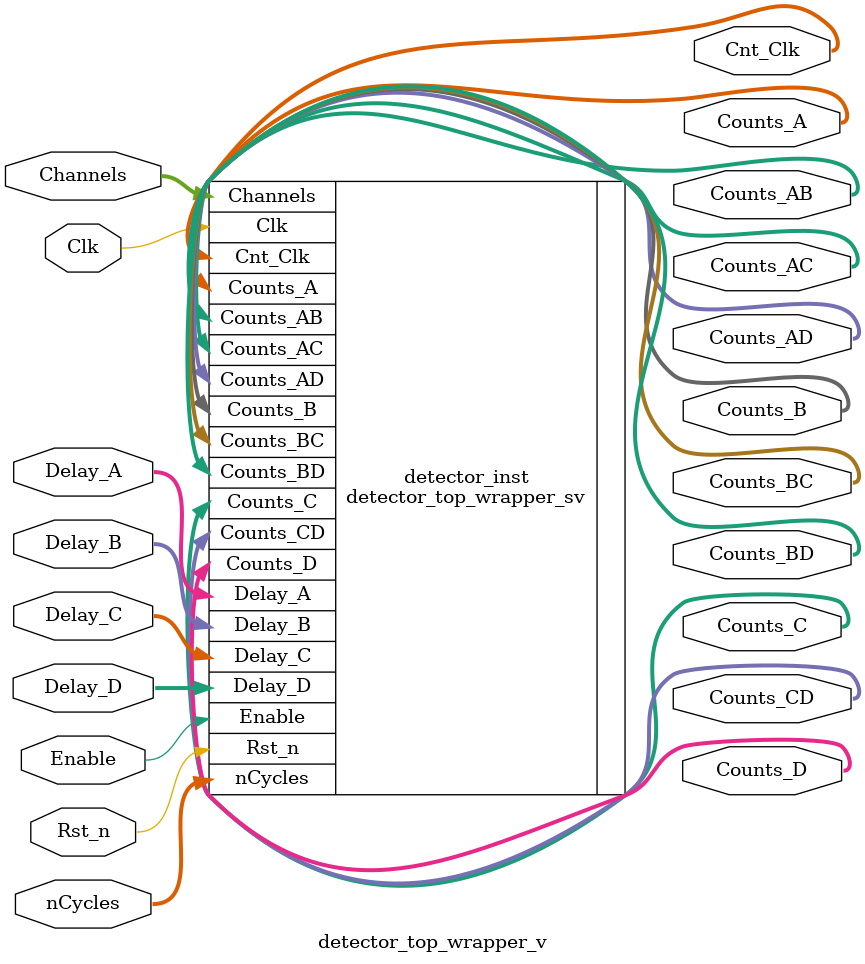
<source format=v>
module detector_top_wrapper_v #(parameter NCHAN = 4, NBITS = 4, NREGS = 16) (
    input wire                      Clk, Rst_n,
    input wire                      Enable,
    input wire  [NCHAN-1:0]         Channels,

    // To be regs
    input wire  [NBITS-1:0]         nCycles,
    input wire  [NBITS-1:0]         Delay_A,
    input wire  [NBITS-1:0]         Delay_B,
    input wire  [NBITS-1:0]         Delay_C,
    input wire  [NBITS-1:0]         Delay_D,
    output wire [NBITS-1:0]         Cnt_Clk,
    output wire [NBITS-1:0]         Counts_A,
    output wire [NBITS-1:0]         Counts_B,
    output wire [NBITS-1:0]         Counts_C,
    output wire [NBITS-1:0]         Counts_D,
    output wire [NBITS-1:0]         Counts_AB,
    output wire [NBITS-1:0]         Counts_AC,
    output wire [NBITS-1:0]         Counts_AD,
    output wire [NBITS-1:0]         Counts_BC,
    output wire [NBITS-1:0]         Counts_BD,
    output wire [NBITS-1:0]         Counts_CD
);

detector_top_wrapper_sv #(
    .NCHAN(NCHAN),
    .NBITS(NBITS),
    .NREGS(NREGS)
) detector_inst (
    .Clk        (Clk),
    .Rst_n      (Rst_n),
    .Enable     (Enable),
    .nCycles    (nCycles),
    .Channels   (Channels),
    .Delay_A    (Delay_A),
    .Delay_B    (Delay_B),
    .Delay_C    (Delay_C),
    .Delay_D    (Delay_D),
    .Cnt_Clk    (Cnt_Clk),
    .Counts_A   (Counts_A),
    .Counts_B   (Counts_B),
    .Counts_C   (Counts_C),
    .Counts_D   (Counts_D),
    .Counts_AB  (Counts_AB),
    .Counts_AC  (Counts_AC),
    .Counts_AD  (Counts_AD),
    .Counts_BC  (Counts_BC),
    .Counts_BD  (Counts_BD),
    .Counts_CD  (Counts_CD)
);

endmodule
</source>
